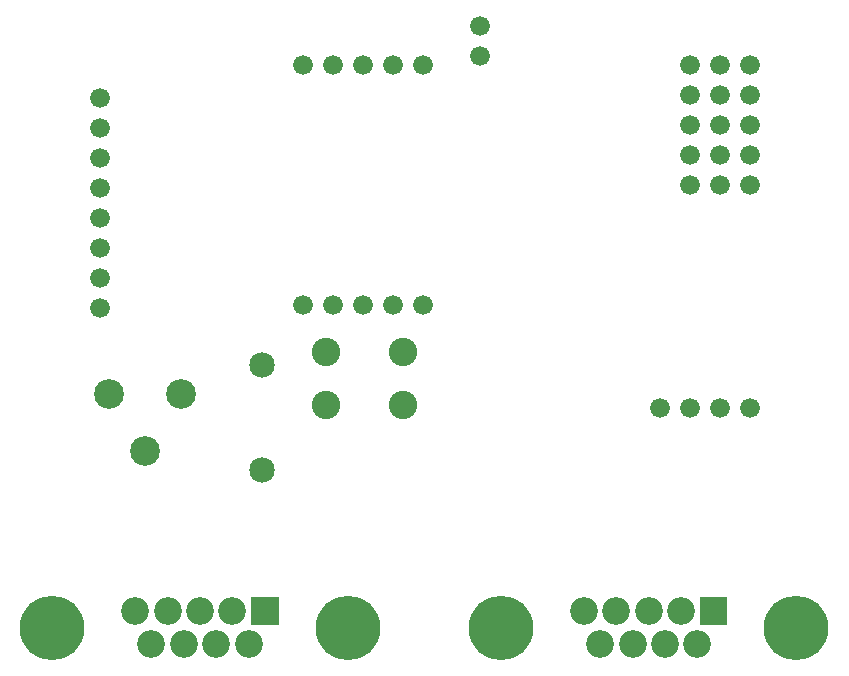
<source format=gbr>
G04 start of page 6 for group -4062 idx -4062 *
G04 Title: (unknown), soldermask *
G04 Creator: pcb 20110918 *
G04 CreationDate: Mon 01 Apr 2013 04:29:37 PM GMT UTC *
G04 For: telmo *
G04 Format: Gerber/RS-274X *
G04 PCB-Dimensions: 275000 278000 *
G04 PCB-Coordinate-Origin: lower left *
%MOIN*%
%FSLAX25Y25*%
%LNBOTTOMMASK*%
%ADD177C,0.0950*%
%ADD176C,0.0850*%
%ADD175C,0.0995*%
%ADD174C,0.0660*%
%ADD173C,0.2150*%
%ADD172C,0.0920*%
%ADD171C,0.0001*%
G54D171*G36*
X229300Y49700D02*Y40500D01*
X238500D01*
Y49700D01*
X229300D01*
G37*
G54D172*X223100Y45100D03*
X228500Y33900D03*
X217700D03*
X212300Y45100D03*
X201500D03*
X190700D03*
X206900Y33900D03*
X196100D03*
G54D173*X261500Y39500D03*
G54D174*X29500Y176000D03*
Y166000D03*
Y146000D03*
Y156000D03*
Y216000D03*
Y206000D03*
Y186000D03*
Y196000D03*
G54D175*X44228Y98281D03*
X32228Y117281D03*
X56228D03*
G54D173*X163100Y39500D03*
G54D171*G36*
X79700Y49700D02*Y40500D01*
X88900D01*
Y49700D01*
X79700D01*
G37*
G54D172*X73500Y45100D03*
X62700D03*
X51900D03*
X41100D03*
G54D173*X13500Y39500D03*
G54D172*X78900Y33900D03*
G54D173*X111900Y39500D03*
G54D172*X68100Y33900D03*
X57300D03*
X46500D03*
G54D176*X83500Y127000D03*
G54D177*X104705Y131358D03*
Y113642D03*
G54D176*X83500Y92000D03*
G54D174*X97000Y227000D03*
X107000D03*
X117000D03*
X137000D03*
X127000D03*
X156000Y230000D03*
Y240000D03*
X97000Y147000D03*
X107000D03*
X117000D03*
X127000D03*
X137000D03*
G54D177*X130295Y131358D03*
Y113642D03*
G54D174*X246000Y227000D03*
X236000D03*
X226000D03*
X246000Y197000D03*
X236000D03*
X226000D03*
X246000Y187000D03*
X236000D03*
X226000D03*
X246000Y207000D03*
X246020Y112760D03*
X236000Y207000D03*
Y217000D03*
X236020Y112760D03*
X226000Y207000D03*
Y217000D03*
X216020Y112760D03*
X226020D03*
X246000Y217000D03*
M02*

</source>
